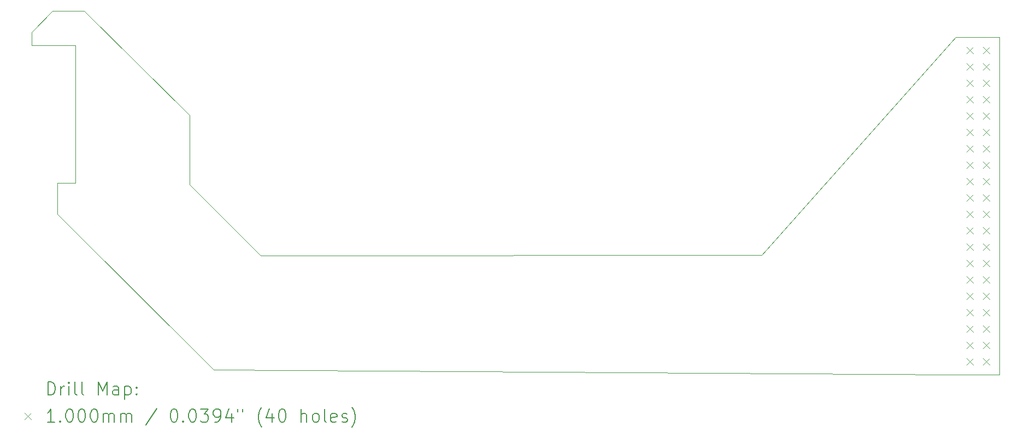
<source format=gbr>
%TF.GenerationSoftware,KiCad,Pcbnew,7.0.7*%
%TF.CreationDate,2023-08-18T22:09:48-04:00*%
%TF.ProjectId,OpenAndromeda,4f70656e-416e-4647-926f-6d6564612e6b,rev?*%
%TF.SameCoordinates,Original*%
%TF.FileFunction,Drillmap*%
%TF.FilePolarity,Positive*%
%FSLAX45Y45*%
G04 Gerber Fmt 4.5, Leading zero omitted, Abs format (unit mm)*
G04 Created by KiCad (PCBNEW 7.0.7) date 2023-08-18 22:09:48*
%MOMM*%
%LPD*%
G01*
G04 APERTURE LIST*
%ADD10C,0.100000*%
%ADD11C,0.200000*%
G04 APERTURE END LIST*
D10*
X7286000Y-9516000D02*
X7294000Y-10598000D01*
X5168000Y-7898000D02*
X5656000Y-7898000D01*
X19837400Y-8305800D02*
X19837400Y-13538200D01*
X7294000Y-10598000D02*
X8388000Y-11691000D01*
X5520000Y-10570000D02*
X5520000Y-8432800D01*
X5245000Y-11049000D02*
X5245000Y-10570000D01*
X4840000Y-8432800D02*
X4840000Y-8230000D01*
X19837400Y-13538200D02*
X19202400Y-13538200D01*
X5520000Y-8432800D02*
X4840000Y-8432800D01*
X7663000Y-13464000D02*
X5245000Y-11049000D01*
X5656000Y-7898000D02*
X7286000Y-9516000D01*
X8388000Y-11691000D02*
X16154400Y-11684000D01*
X16154400Y-11684000D02*
X19160000Y-8305800D01*
X4840000Y-8230000D02*
X5168000Y-7898000D01*
X5245000Y-10570000D02*
X5520000Y-10570000D01*
X19160000Y-8305800D02*
X19837400Y-8305800D01*
X19177000Y-13538200D02*
X7663000Y-13464000D01*
X19202400Y-13538200D02*
X19177000Y-13538200D01*
D11*
D10*
X19330200Y-8459000D02*
X19430200Y-8559000D01*
X19430200Y-8459000D02*
X19330200Y-8559000D01*
X19330200Y-8713000D02*
X19430200Y-8813000D01*
X19430200Y-8713000D02*
X19330200Y-8813000D01*
X19330200Y-8967000D02*
X19430200Y-9067000D01*
X19430200Y-8967000D02*
X19330200Y-9067000D01*
X19330200Y-9221000D02*
X19430200Y-9321000D01*
X19430200Y-9221000D02*
X19330200Y-9321000D01*
X19330200Y-9475000D02*
X19430200Y-9575000D01*
X19430200Y-9475000D02*
X19330200Y-9575000D01*
X19330200Y-9729000D02*
X19430200Y-9829000D01*
X19430200Y-9729000D02*
X19330200Y-9829000D01*
X19330200Y-9983000D02*
X19430200Y-10083000D01*
X19430200Y-9983000D02*
X19330200Y-10083000D01*
X19330200Y-10237000D02*
X19430200Y-10337000D01*
X19430200Y-10237000D02*
X19330200Y-10337000D01*
X19330200Y-10491000D02*
X19430200Y-10591000D01*
X19430200Y-10491000D02*
X19330200Y-10591000D01*
X19330200Y-10745000D02*
X19430200Y-10845000D01*
X19430200Y-10745000D02*
X19330200Y-10845000D01*
X19330200Y-10999000D02*
X19430200Y-11099000D01*
X19430200Y-10999000D02*
X19330200Y-11099000D01*
X19330200Y-11253000D02*
X19430200Y-11353000D01*
X19430200Y-11253000D02*
X19330200Y-11353000D01*
X19330200Y-11507000D02*
X19430200Y-11607000D01*
X19430200Y-11507000D02*
X19330200Y-11607000D01*
X19330200Y-11761000D02*
X19430200Y-11861000D01*
X19430200Y-11761000D02*
X19330200Y-11861000D01*
X19330200Y-12015000D02*
X19430200Y-12115000D01*
X19430200Y-12015000D02*
X19330200Y-12115000D01*
X19330200Y-12269000D02*
X19430200Y-12369000D01*
X19430200Y-12269000D02*
X19330200Y-12369000D01*
X19330200Y-12523000D02*
X19430200Y-12623000D01*
X19430200Y-12523000D02*
X19330200Y-12623000D01*
X19330200Y-12777000D02*
X19430200Y-12877000D01*
X19430200Y-12777000D02*
X19330200Y-12877000D01*
X19330200Y-13031000D02*
X19430200Y-13131000D01*
X19430200Y-13031000D02*
X19330200Y-13131000D01*
X19330200Y-13285000D02*
X19430200Y-13385000D01*
X19430200Y-13285000D02*
X19330200Y-13385000D01*
X19584200Y-8459000D02*
X19684200Y-8559000D01*
X19684200Y-8459000D02*
X19584200Y-8559000D01*
X19584200Y-8713000D02*
X19684200Y-8813000D01*
X19684200Y-8713000D02*
X19584200Y-8813000D01*
X19584200Y-8967000D02*
X19684200Y-9067000D01*
X19684200Y-8967000D02*
X19584200Y-9067000D01*
X19584200Y-9221000D02*
X19684200Y-9321000D01*
X19684200Y-9221000D02*
X19584200Y-9321000D01*
X19584200Y-9475000D02*
X19684200Y-9575000D01*
X19684200Y-9475000D02*
X19584200Y-9575000D01*
X19584200Y-9729000D02*
X19684200Y-9829000D01*
X19684200Y-9729000D02*
X19584200Y-9829000D01*
X19584200Y-9983000D02*
X19684200Y-10083000D01*
X19684200Y-9983000D02*
X19584200Y-10083000D01*
X19584200Y-10237000D02*
X19684200Y-10337000D01*
X19684200Y-10237000D02*
X19584200Y-10337000D01*
X19584200Y-10491000D02*
X19684200Y-10591000D01*
X19684200Y-10491000D02*
X19584200Y-10591000D01*
X19584200Y-10745000D02*
X19684200Y-10845000D01*
X19684200Y-10745000D02*
X19584200Y-10845000D01*
X19584200Y-10999000D02*
X19684200Y-11099000D01*
X19684200Y-10999000D02*
X19584200Y-11099000D01*
X19584200Y-11253000D02*
X19684200Y-11353000D01*
X19684200Y-11253000D02*
X19584200Y-11353000D01*
X19584200Y-11507000D02*
X19684200Y-11607000D01*
X19684200Y-11507000D02*
X19584200Y-11607000D01*
X19584200Y-11761000D02*
X19684200Y-11861000D01*
X19684200Y-11761000D02*
X19584200Y-11861000D01*
X19584200Y-12015000D02*
X19684200Y-12115000D01*
X19684200Y-12015000D02*
X19584200Y-12115000D01*
X19584200Y-12269000D02*
X19684200Y-12369000D01*
X19684200Y-12269000D02*
X19584200Y-12369000D01*
X19584200Y-12523000D02*
X19684200Y-12623000D01*
X19684200Y-12523000D02*
X19584200Y-12623000D01*
X19584200Y-12777000D02*
X19684200Y-12877000D01*
X19684200Y-12777000D02*
X19584200Y-12877000D01*
X19584200Y-13031000D02*
X19684200Y-13131000D01*
X19684200Y-13031000D02*
X19584200Y-13131000D01*
X19584200Y-13285000D02*
X19684200Y-13385000D01*
X19684200Y-13285000D02*
X19584200Y-13385000D01*
D11*
X5095777Y-13854684D02*
X5095777Y-13654684D01*
X5095777Y-13654684D02*
X5143396Y-13654684D01*
X5143396Y-13654684D02*
X5171967Y-13664208D01*
X5171967Y-13664208D02*
X5191015Y-13683255D01*
X5191015Y-13683255D02*
X5200539Y-13702303D01*
X5200539Y-13702303D02*
X5210063Y-13740398D01*
X5210063Y-13740398D02*
X5210063Y-13768969D01*
X5210063Y-13768969D02*
X5200539Y-13807065D01*
X5200539Y-13807065D02*
X5191015Y-13826112D01*
X5191015Y-13826112D02*
X5171967Y-13845160D01*
X5171967Y-13845160D02*
X5143396Y-13854684D01*
X5143396Y-13854684D02*
X5095777Y-13854684D01*
X5295777Y-13854684D02*
X5295777Y-13721350D01*
X5295777Y-13759446D02*
X5305301Y-13740398D01*
X5305301Y-13740398D02*
X5314824Y-13730874D01*
X5314824Y-13730874D02*
X5333872Y-13721350D01*
X5333872Y-13721350D02*
X5352920Y-13721350D01*
X5419586Y-13854684D02*
X5419586Y-13721350D01*
X5419586Y-13654684D02*
X5410063Y-13664208D01*
X5410063Y-13664208D02*
X5419586Y-13673731D01*
X5419586Y-13673731D02*
X5429110Y-13664208D01*
X5429110Y-13664208D02*
X5419586Y-13654684D01*
X5419586Y-13654684D02*
X5419586Y-13673731D01*
X5543396Y-13854684D02*
X5524348Y-13845160D01*
X5524348Y-13845160D02*
X5514824Y-13826112D01*
X5514824Y-13826112D02*
X5514824Y-13654684D01*
X5648158Y-13854684D02*
X5629110Y-13845160D01*
X5629110Y-13845160D02*
X5619586Y-13826112D01*
X5619586Y-13826112D02*
X5619586Y-13654684D01*
X5876729Y-13854684D02*
X5876729Y-13654684D01*
X5876729Y-13654684D02*
X5943396Y-13797541D01*
X5943396Y-13797541D02*
X6010062Y-13654684D01*
X6010062Y-13654684D02*
X6010062Y-13854684D01*
X6191015Y-13854684D02*
X6191015Y-13749922D01*
X6191015Y-13749922D02*
X6181491Y-13730874D01*
X6181491Y-13730874D02*
X6162443Y-13721350D01*
X6162443Y-13721350D02*
X6124348Y-13721350D01*
X6124348Y-13721350D02*
X6105301Y-13730874D01*
X6191015Y-13845160D02*
X6171967Y-13854684D01*
X6171967Y-13854684D02*
X6124348Y-13854684D01*
X6124348Y-13854684D02*
X6105301Y-13845160D01*
X6105301Y-13845160D02*
X6095777Y-13826112D01*
X6095777Y-13826112D02*
X6095777Y-13807065D01*
X6095777Y-13807065D02*
X6105301Y-13788017D01*
X6105301Y-13788017D02*
X6124348Y-13778493D01*
X6124348Y-13778493D02*
X6171967Y-13778493D01*
X6171967Y-13778493D02*
X6191015Y-13768969D01*
X6286253Y-13721350D02*
X6286253Y-13921350D01*
X6286253Y-13730874D02*
X6305301Y-13721350D01*
X6305301Y-13721350D02*
X6343396Y-13721350D01*
X6343396Y-13721350D02*
X6362443Y-13730874D01*
X6362443Y-13730874D02*
X6371967Y-13740398D01*
X6371967Y-13740398D02*
X6381491Y-13759446D01*
X6381491Y-13759446D02*
X6381491Y-13816588D01*
X6381491Y-13816588D02*
X6371967Y-13835636D01*
X6371967Y-13835636D02*
X6362443Y-13845160D01*
X6362443Y-13845160D02*
X6343396Y-13854684D01*
X6343396Y-13854684D02*
X6305301Y-13854684D01*
X6305301Y-13854684D02*
X6286253Y-13845160D01*
X6467205Y-13835636D02*
X6476729Y-13845160D01*
X6476729Y-13845160D02*
X6467205Y-13854684D01*
X6467205Y-13854684D02*
X6457682Y-13845160D01*
X6457682Y-13845160D02*
X6467205Y-13835636D01*
X6467205Y-13835636D02*
X6467205Y-13854684D01*
X6467205Y-13730874D02*
X6476729Y-13740398D01*
X6476729Y-13740398D02*
X6467205Y-13749922D01*
X6467205Y-13749922D02*
X6457682Y-13740398D01*
X6457682Y-13740398D02*
X6467205Y-13730874D01*
X6467205Y-13730874D02*
X6467205Y-13749922D01*
D10*
X4735000Y-14133200D02*
X4835000Y-14233200D01*
X4835000Y-14133200D02*
X4735000Y-14233200D01*
D11*
X5200539Y-14274684D02*
X5086253Y-14274684D01*
X5143396Y-14274684D02*
X5143396Y-14074684D01*
X5143396Y-14074684D02*
X5124348Y-14103255D01*
X5124348Y-14103255D02*
X5105301Y-14122303D01*
X5105301Y-14122303D02*
X5086253Y-14131827D01*
X5286253Y-14255636D02*
X5295777Y-14265160D01*
X5295777Y-14265160D02*
X5286253Y-14274684D01*
X5286253Y-14274684D02*
X5276729Y-14265160D01*
X5276729Y-14265160D02*
X5286253Y-14255636D01*
X5286253Y-14255636D02*
X5286253Y-14274684D01*
X5419586Y-14074684D02*
X5438634Y-14074684D01*
X5438634Y-14074684D02*
X5457682Y-14084208D01*
X5457682Y-14084208D02*
X5467205Y-14093731D01*
X5467205Y-14093731D02*
X5476729Y-14112779D01*
X5476729Y-14112779D02*
X5486253Y-14150874D01*
X5486253Y-14150874D02*
X5486253Y-14198493D01*
X5486253Y-14198493D02*
X5476729Y-14236588D01*
X5476729Y-14236588D02*
X5467205Y-14255636D01*
X5467205Y-14255636D02*
X5457682Y-14265160D01*
X5457682Y-14265160D02*
X5438634Y-14274684D01*
X5438634Y-14274684D02*
X5419586Y-14274684D01*
X5419586Y-14274684D02*
X5400539Y-14265160D01*
X5400539Y-14265160D02*
X5391015Y-14255636D01*
X5391015Y-14255636D02*
X5381491Y-14236588D01*
X5381491Y-14236588D02*
X5371967Y-14198493D01*
X5371967Y-14198493D02*
X5371967Y-14150874D01*
X5371967Y-14150874D02*
X5381491Y-14112779D01*
X5381491Y-14112779D02*
X5391015Y-14093731D01*
X5391015Y-14093731D02*
X5400539Y-14084208D01*
X5400539Y-14084208D02*
X5419586Y-14074684D01*
X5610062Y-14074684D02*
X5629110Y-14074684D01*
X5629110Y-14074684D02*
X5648158Y-14084208D01*
X5648158Y-14084208D02*
X5657682Y-14093731D01*
X5657682Y-14093731D02*
X5667205Y-14112779D01*
X5667205Y-14112779D02*
X5676729Y-14150874D01*
X5676729Y-14150874D02*
X5676729Y-14198493D01*
X5676729Y-14198493D02*
X5667205Y-14236588D01*
X5667205Y-14236588D02*
X5657682Y-14255636D01*
X5657682Y-14255636D02*
X5648158Y-14265160D01*
X5648158Y-14265160D02*
X5629110Y-14274684D01*
X5629110Y-14274684D02*
X5610062Y-14274684D01*
X5610062Y-14274684D02*
X5591015Y-14265160D01*
X5591015Y-14265160D02*
X5581491Y-14255636D01*
X5581491Y-14255636D02*
X5571967Y-14236588D01*
X5571967Y-14236588D02*
X5562444Y-14198493D01*
X5562444Y-14198493D02*
X5562444Y-14150874D01*
X5562444Y-14150874D02*
X5571967Y-14112779D01*
X5571967Y-14112779D02*
X5581491Y-14093731D01*
X5581491Y-14093731D02*
X5591015Y-14084208D01*
X5591015Y-14084208D02*
X5610062Y-14074684D01*
X5800539Y-14074684D02*
X5819586Y-14074684D01*
X5819586Y-14074684D02*
X5838634Y-14084208D01*
X5838634Y-14084208D02*
X5848158Y-14093731D01*
X5848158Y-14093731D02*
X5857682Y-14112779D01*
X5857682Y-14112779D02*
X5867205Y-14150874D01*
X5867205Y-14150874D02*
X5867205Y-14198493D01*
X5867205Y-14198493D02*
X5857682Y-14236588D01*
X5857682Y-14236588D02*
X5848158Y-14255636D01*
X5848158Y-14255636D02*
X5838634Y-14265160D01*
X5838634Y-14265160D02*
X5819586Y-14274684D01*
X5819586Y-14274684D02*
X5800539Y-14274684D01*
X5800539Y-14274684D02*
X5781491Y-14265160D01*
X5781491Y-14265160D02*
X5771967Y-14255636D01*
X5771967Y-14255636D02*
X5762443Y-14236588D01*
X5762443Y-14236588D02*
X5752920Y-14198493D01*
X5752920Y-14198493D02*
X5752920Y-14150874D01*
X5752920Y-14150874D02*
X5762443Y-14112779D01*
X5762443Y-14112779D02*
X5771967Y-14093731D01*
X5771967Y-14093731D02*
X5781491Y-14084208D01*
X5781491Y-14084208D02*
X5800539Y-14074684D01*
X5952920Y-14274684D02*
X5952920Y-14141350D01*
X5952920Y-14160398D02*
X5962443Y-14150874D01*
X5962443Y-14150874D02*
X5981491Y-14141350D01*
X5981491Y-14141350D02*
X6010063Y-14141350D01*
X6010063Y-14141350D02*
X6029110Y-14150874D01*
X6029110Y-14150874D02*
X6038634Y-14169922D01*
X6038634Y-14169922D02*
X6038634Y-14274684D01*
X6038634Y-14169922D02*
X6048158Y-14150874D01*
X6048158Y-14150874D02*
X6067205Y-14141350D01*
X6067205Y-14141350D02*
X6095777Y-14141350D01*
X6095777Y-14141350D02*
X6114824Y-14150874D01*
X6114824Y-14150874D02*
X6124348Y-14169922D01*
X6124348Y-14169922D02*
X6124348Y-14274684D01*
X6219586Y-14274684D02*
X6219586Y-14141350D01*
X6219586Y-14160398D02*
X6229110Y-14150874D01*
X6229110Y-14150874D02*
X6248158Y-14141350D01*
X6248158Y-14141350D02*
X6276729Y-14141350D01*
X6276729Y-14141350D02*
X6295777Y-14150874D01*
X6295777Y-14150874D02*
X6305301Y-14169922D01*
X6305301Y-14169922D02*
X6305301Y-14274684D01*
X6305301Y-14169922D02*
X6314824Y-14150874D01*
X6314824Y-14150874D02*
X6333872Y-14141350D01*
X6333872Y-14141350D02*
X6362443Y-14141350D01*
X6362443Y-14141350D02*
X6381491Y-14150874D01*
X6381491Y-14150874D02*
X6391015Y-14169922D01*
X6391015Y-14169922D02*
X6391015Y-14274684D01*
X6781491Y-14065160D02*
X6610063Y-14322303D01*
X7038634Y-14074684D02*
X7057682Y-14074684D01*
X7057682Y-14074684D02*
X7076729Y-14084208D01*
X7076729Y-14084208D02*
X7086253Y-14093731D01*
X7086253Y-14093731D02*
X7095777Y-14112779D01*
X7095777Y-14112779D02*
X7105301Y-14150874D01*
X7105301Y-14150874D02*
X7105301Y-14198493D01*
X7105301Y-14198493D02*
X7095777Y-14236588D01*
X7095777Y-14236588D02*
X7086253Y-14255636D01*
X7086253Y-14255636D02*
X7076729Y-14265160D01*
X7076729Y-14265160D02*
X7057682Y-14274684D01*
X7057682Y-14274684D02*
X7038634Y-14274684D01*
X7038634Y-14274684D02*
X7019586Y-14265160D01*
X7019586Y-14265160D02*
X7010063Y-14255636D01*
X7010063Y-14255636D02*
X7000539Y-14236588D01*
X7000539Y-14236588D02*
X6991015Y-14198493D01*
X6991015Y-14198493D02*
X6991015Y-14150874D01*
X6991015Y-14150874D02*
X7000539Y-14112779D01*
X7000539Y-14112779D02*
X7010063Y-14093731D01*
X7010063Y-14093731D02*
X7019586Y-14084208D01*
X7019586Y-14084208D02*
X7038634Y-14074684D01*
X7191015Y-14255636D02*
X7200539Y-14265160D01*
X7200539Y-14265160D02*
X7191015Y-14274684D01*
X7191015Y-14274684D02*
X7181491Y-14265160D01*
X7181491Y-14265160D02*
X7191015Y-14255636D01*
X7191015Y-14255636D02*
X7191015Y-14274684D01*
X7324348Y-14074684D02*
X7343396Y-14074684D01*
X7343396Y-14074684D02*
X7362444Y-14084208D01*
X7362444Y-14084208D02*
X7371967Y-14093731D01*
X7371967Y-14093731D02*
X7381491Y-14112779D01*
X7381491Y-14112779D02*
X7391015Y-14150874D01*
X7391015Y-14150874D02*
X7391015Y-14198493D01*
X7391015Y-14198493D02*
X7381491Y-14236588D01*
X7381491Y-14236588D02*
X7371967Y-14255636D01*
X7371967Y-14255636D02*
X7362444Y-14265160D01*
X7362444Y-14265160D02*
X7343396Y-14274684D01*
X7343396Y-14274684D02*
X7324348Y-14274684D01*
X7324348Y-14274684D02*
X7305301Y-14265160D01*
X7305301Y-14265160D02*
X7295777Y-14255636D01*
X7295777Y-14255636D02*
X7286253Y-14236588D01*
X7286253Y-14236588D02*
X7276729Y-14198493D01*
X7276729Y-14198493D02*
X7276729Y-14150874D01*
X7276729Y-14150874D02*
X7286253Y-14112779D01*
X7286253Y-14112779D02*
X7295777Y-14093731D01*
X7295777Y-14093731D02*
X7305301Y-14084208D01*
X7305301Y-14084208D02*
X7324348Y-14074684D01*
X7457682Y-14074684D02*
X7581491Y-14074684D01*
X7581491Y-14074684D02*
X7514825Y-14150874D01*
X7514825Y-14150874D02*
X7543396Y-14150874D01*
X7543396Y-14150874D02*
X7562444Y-14160398D01*
X7562444Y-14160398D02*
X7571967Y-14169922D01*
X7571967Y-14169922D02*
X7581491Y-14188969D01*
X7581491Y-14188969D02*
X7581491Y-14236588D01*
X7581491Y-14236588D02*
X7571967Y-14255636D01*
X7571967Y-14255636D02*
X7562444Y-14265160D01*
X7562444Y-14265160D02*
X7543396Y-14274684D01*
X7543396Y-14274684D02*
X7486253Y-14274684D01*
X7486253Y-14274684D02*
X7467206Y-14265160D01*
X7467206Y-14265160D02*
X7457682Y-14255636D01*
X7676729Y-14274684D02*
X7714825Y-14274684D01*
X7714825Y-14274684D02*
X7733872Y-14265160D01*
X7733872Y-14265160D02*
X7743396Y-14255636D01*
X7743396Y-14255636D02*
X7762444Y-14227065D01*
X7762444Y-14227065D02*
X7771967Y-14188969D01*
X7771967Y-14188969D02*
X7771967Y-14112779D01*
X7771967Y-14112779D02*
X7762444Y-14093731D01*
X7762444Y-14093731D02*
X7752920Y-14084208D01*
X7752920Y-14084208D02*
X7733872Y-14074684D01*
X7733872Y-14074684D02*
X7695777Y-14074684D01*
X7695777Y-14074684D02*
X7676729Y-14084208D01*
X7676729Y-14084208D02*
X7667206Y-14093731D01*
X7667206Y-14093731D02*
X7657682Y-14112779D01*
X7657682Y-14112779D02*
X7657682Y-14160398D01*
X7657682Y-14160398D02*
X7667206Y-14179446D01*
X7667206Y-14179446D02*
X7676729Y-14188969D01*
X7676729Y-14188969D02*
X7695777Y-14198493D01*
X7695777Y-14198493D02*
X7733872Y-14198493D01*
X7733872Y-14198493D02*
X7752920Y-14188969D01*
X7752920Y-14188969D02*
X7762444Y-14179446D01*
X7762444Y-14179446D02*
X7771967Y-14160398D01*
X7943396Y-14141350D02*
X7943396Y-14274684D01*
X7895777Y-14065160D02*
X7848158Y-14208017D01*
X7848158Y-14208017D02*
X7971967Y-14208017D01*
X8038634Y-14074684D02*
X8038634Y-14112779D01*
X8114825Y-14074684D02*
X8114825Y-14112779D01*
X8410063Y-14350874D02*
X8400539Y-14341350D01*
X8400539Y-14341350D02*
X8381491Y-14312779D01*
X8381491Y-14312779D02*
X8371968Y-14293731D01*
X8371968Y-14293731D02*
X8362444Y-14265160D01*
X8362444Y-14265160D02*
X8352920Y-14217541D01*
X8352920Y-14217541D02*
X8352920Y-14179446D01*
X8352920Y-14179446D02*
X8362444Y-14131827D01*
X8362444Y-14131827D02*
X8371968Y-14103255D01*
X8371968Y-14103255D02*
X8381491Y-14084208D01*
X8381491Y-14084208D02*
X8400539Y-14055636D01*
X8400539Y-14055636D02*
X8410063Y-14046112D01*
X8571968Y-14141350D02*
X8571968Y-14274684D01*
X8524349Y-14065160D02*
X8476730Y-14208017D01*
X8476730Y-14208017D02*
X8600539Y-14208017D01*
X8714825Y-14074684D02*
X8733872Y-14074684D01*
X8733872Y-14074684D02*
X8752920Y-14084208D01*
X8752920Y-14084208D02*
X8762444Y-14093731D01*
X8762444Y-14093731D02*
X8771968Y-14112779D01*
X8771968Y-14112779D02*
X8781491Y-14150874D01*
X8781491Y-14150874D02*
X8781491Y-14198493D01*
X8781491Y-14198493D02*
X8771968Y-14236588D01*
X8771968Y-14236588D02*
X8762444Y-14255636D01*
X8762444Y-14255636D02*
X8752920Y-14265160D01*
X8752920Y-14265160D02*
X8733872Y-14274684D01*
X8733872Y-14274684D02*
X8714825Y-14274684D01*
X8714825Y-14274684D02*
X8695777Y-14265160D01*
X8695777Y-14265160D02*
X8686253Y-14255636D01*
X8686253Y-14255636D02*
X8676730Y-14236588D01*
X8676730Y-14236588D02*
X8667206Y-14198493D01*
X8667206Y-14198493D02*
X8667206Y-14150874D01*
X8667206Y-14150874D02*
X8676730Y-14112779D01*
X8676730Y-14112779D02*
X8686253Y-14093731D01*
X8686253Y-14093731D02*
X8695777Y-14084208D01*
X8695777Y-14084208D02*
X8714825Y-14074684D01*
X9019587Y-14274684D02*
X9019587Y-14074684D01*
X9105301Y-14274684D02*
X9105301Y-14169922D01*
X9105301Y-14169922D02*
X9095777Y-14150874D01*
X9095777Y-14150874D02*
X9076730Y-14141350D01*
X9076730Y-14141350D02*
X9048158Y-14141350D01*
X9048158Y-14141350D02*
X9029111Y-14150874D01*
X9029111Y-14150874D02*
X9019587Y-14160398D01*
X9229111Y-14274684D02*
X9210063Y-14265160D01*
X9210063Y-14265160D02*
X9200539Y-14255636D01*
X9200539Y-14255636D02*
X9191015Y-14236588D01*
X9191015Y-14236588D02*
X9191015Y-14179446D01*
X9191015Y-14179446D02*
X9200539Y-14160398D01*
X9200539Y-14160398D02*
X9210063Y-14150874D01*
X9210063Y-14150874D02*
X9229111Y-14141350D01*
X9229111Y-14141350D02*
X9257682Y-14141350D01*
X9257682Y-14141350D02*
X9276730Y-14150874D01*
X9276730Y-14150874D02*
X9286253Y-14160398D01*
X9286253Y-14160398D02*
X9295777Y-14179446D01*
X9295777Y-14179446D02*
X9295777Y-14236588D01*
X9295777Y-14236588D02*
X9286253Y-14255636D01*
X9286253Y-14255636D02*
X9276730Y-14265160D01*
X9276730Y-14265160D02*
X9257682Y-14274684D01*
X9257682Y-14274684D02*
X9229111Y-14274684D01*
X9410063Y-14274684D02*
X9391015Y-14265160D01*
X9391015Y-14265160D02*
X9381492Y-14246112D01*
X9381492Y-14246112D02*
X9381492Y-14074684D01*
X9562444Y-14265160D02*
X9543396Y-14274684D01*
X9543396Y-14274684D02*
X9505301Y-14274684D01*
X9505301Y-14274684D02*
X9486253Y-14265160D01*
X9486253Y-14265160D02*
X9476730Y-14246112D01*
X9476730Y-14246112D02*
X9476730Y-14169922D01*
X9476730Y-14169922D02*
X9486253Y-14150874D01*
X9486253Y-14150874D02*
X9505301Y-14141350D01*
X9505301Y-14141350D02*
X9543396Y-14141350D01*
X9543396Y-14141350D02*
X9562444Y-14150874D01*
X9562444Y-14150874D02*
X9571968Y-14169922D01*
X9571968Y-14169922D02*
X9571968Y-14188969D01*
X9571968Y-14188969D02*
X9476730Y-14208017D01*
X9648158Y-14265160D02*
X9667206Y-14274684D01*
X9667206Y-14274684D02*
X9705301Y-14274684D01*
X9705301Y-14274684D02*
X9724349Y-14265160D01*
X9724349Y-14265160D02*
X9733873Y-14246112D01*
X9733873Y-14246112D02*
X9733873Y-14236588D01*
X9733873Y-14236588D02*
X9724349Y-14217541D01*
X9724349Y-14217541D02*
X9705301Y-14208017D01*
X9705301Y-14208017D02*
X9676730Y-14208017D01*
X9676730Y-14208017D02*
X9657682Y-14198493D01*
X9657682Y-14198493D02*
X9648158Y-14179446D01*
X9648158Y-14179446D02*
X9648158Y-14169922D01*
X9648158Y-14169922D02*
X9657682Y-14150874D01*
X9657682Y-14150874D02*
X9676730Y-14141350D01*
X9676730Y-14141350D02*
X9705301Y-14141350D01*
X9705301Y-14141350D02*
X9724349Y-14150874D01*
X9800539Y-14350874D02*
X9810063Y-14341350D01*
X9810063Y-14341350D02*
X9829111Y-14312779D01*
X9829111Y-14312779D02*
X9838634Y-14293731D01*
X9838634Y-14293731D02*
X9848158Y-14265160D01*
X9848158Y-14265160D02*
X9857682Y-14217541D01*
X9857682Y-14217541D02*
X9857682Y-14179446D01*
X9857682Y-14179446D02*
X9848158Y-14131827D01*
X9848158Y-14131827D02*
X9838634Y-14103255D01*
X9838634Y-14103255D02*
X9829111Y-14084208D01*
X9829111Y-14084208D02*
X9810063Y-14055636D01*
X9810063Y-14055636D02*
X9800539Y-14046112D01*
M02*

</source>
